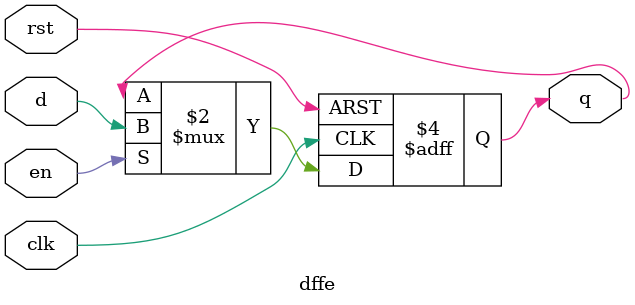
<source format=v>
module dffe(
    q,
    d,
    clk,
    en,
    rst
);
    output reg q;
    input d, clk, en, rst;

    always @(posedge clk or posedge rst) begin
        if (rst)
            q <= 1'b0;
        else if (en)
            q <= d;
    end
endmodule
</source>
